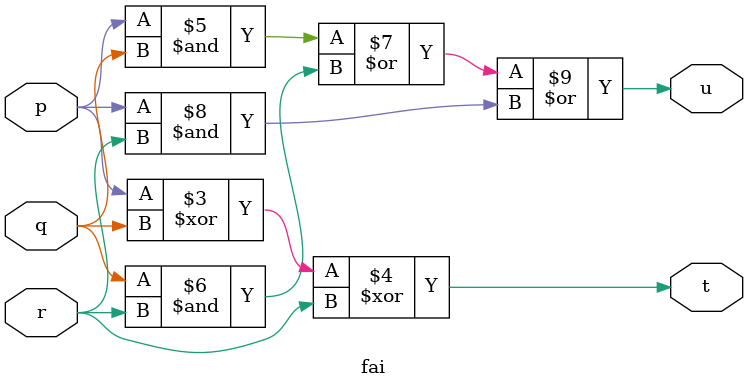
<source format=v>
module dadda24(input [23:0]a,input [23:0]b,output [48:0]y);

wire [583:0]s1; 
wire [583:0]c1;
reg w[23:0][23:0];
integer i,j;
always@(*)
begin
for(i=0;i<=23;i=i+1)
begin
	for(j=0;j<=23;j=j+1)
	begin
		w[i][j]=a[i]& b[j];
	end
end	 
end
ha n1(w[19][0],w[18][1],s1[0],c1[0]);
 
fai n2(w[20][0],w[19][1],w[18][2],s1[1],c1[1]);
ha n3(w[17][3],w[16][4],s1[2],c1[2]);
 
fai n4(w[21][0],w[20][1],w[19][2],s1[3],c1[3]);
fai n5(w[18][3],w[17][4],w[16][5],s1[4],c1[4]);
ha n6(w[15][6],w[14][7],s1[5],c1[5]);
 
fai n7(w[22][0],w[21][1],w[20][2],s1[6],c1[6]);
fai n8(w[19][3],w[18][4],w[17][5],s1[7],c1[7]);
fai n9(w[16][6],w[15][7],w[14][8],s1[8],c1[8]);
ha n10(w[13][9],w[12][10],s1[9],c1[9]);
 
fai n11(w[23][0],w[22][1],w[21][2],s1[10],c1[10]);
fai n12(w[20][3],w[19][4],w[18][5],s1[11],c1[11]);
fai n13(w[17][6],w[16][7],w[15][8],s1[12],c1[12]);
fai n14(w[14][9],w[13][10],w[12][11],s1[13],c1[13]);
ha n15(w[11][12],w[10][13],s1[14],c1[14]);
 
fai n16(w[23][1],w[22][2],w[21][3],s1[15],c1[15]);
fai n17(w[20][4],w[19][5],w[18][6],s1[16],c1[16]);
fai n18(w[17][7],w[16][8],w[15][9],s1[17],c1[17]);
fai n19(w[14][10],w[13][11],w[12][12],s1[18],c1[18]);
ha n20(w[11][13],w[10][14],s1[19],c1[19]);
 
fai n21(w[23][2],w[22][3],w[21][4],s1[20],c1[20]);
fai n22(w[20][5],w[19][6],w[18][7],s1[21],c1[21]);
fai n23(w[17][8],w[16][9],w[15][10],s1[22],c1[22]);
fai n24(w[14][11],w[13][12],w[12][13],s1[23],c1[23]);
 
fai n25(w[23][3],w[22][4],w[21][5],s1[24],c1[24]);
fai n26(w[20][6],w[19][7],w[18][8],s1[25],c1[25]);
fai n27(w[17][9],w[16][10],w[15][11],s1[26],c1[26]);
 
fai n28(w[23][4],w[22][5],w[21][6],s1[27],c1[27]);
fai n29(w[20][7],w[19][8],w[18][9],s1[28],c1[28]);
 
ha n30(w[23][5],w[22][6],s1[29],c1[29]);
ha n31(w[21][7],w[20][8],s1[30],c1[30]);
 
ha n32(w[23][6],w[22][7],s1[31],c1[31]);

//second stage//
ha n33(w[13][0],w[12][1],s1[32],c1[32]);
 
fai n34(w[14][0],w[13][1],w[12][2],s1[33],c1[33]);
ha n35(w[11][3],w[10][4],s1[34],c1[34]);
 
fai n36(w[15][0],w[14][1],w[13][2],s1[35],c1[35]);
fai n37(w[12][3],w[11][4],w[10][5],s1[36],c1[36]);
ha n38(w[9][6],w[8][7],s1[37],c1[37]);
 
fai n39(w[16][0],w[15][1],w[14][2],s1[38],c1[38]);
fai n40(w[13][3],w[12][4],w[11][5],s1[39],c1[39]);
ha n41(w[10][6],w[9][7],s1[40],c1[40]);
ha n42(w[8][8],w[7][9],s1[41],c1[41]);
ha n43(w[6][10],w[5][11],s1[42],c1[42]);
 
fai n44(w[17][0],w[16][1],w[15][2],s1[43],c1[43]);
fai n45(w[14][3],w[13][4],w[12][5],s1[44],c1[44]);
fai n46(w[11][6],w[10][7],w[9][8],s1[45],c1[45]);
fai n47(w[8][9],w[7][10],w[6][11],s1[46],c1[46]);
fai n48(w[5][12],w[4][13],w[3][14],s1[47],c1[47]);
 
fai n49(w[18][0],w[17][1],w[16][2],s1[48],c1[48]);
fai n50(w[15][3],w[14][4],w[13][5],s1[49],c1[49]);
fai n51(w[12][6],w[11][7],w[10][8],s1[50],c1[50]);
fai n52(w[9][9],w[8][10],w[7][11],s1[51],c1[51]);
fai n53(w[6][12],w[5][13],w[4][14],s1[52],c1[52]);
ha n54(w[3][15],w[2][16],s1[53],c1[53]);
 
fai n55(s1[0],w[17][2],w[16][3],s1[54],c1[54]);
fai n56(w[15][4],w[14][5],w[13][6],s1[55],c1[55]);
fai n57(w[12][7],w[11][8],w[10][9],s1[56],c1[56]);
fai n58(w[9][10],w[8][11],w[7][12],s1[57],c1[57]);
fai n59(w[6][13],w[5][14],w[4][15],s1[58],c1[58]);
ha n60(w[3][16],w[2][17],s1[59],c1[59]);
ha n61(w[1][18],w[0][19],s1[60],c1[60]);
 
fai n62(c1[0],s1[1],s1[2],s1[61],c1[61]);
fai n63(w[15][5],w[14][6],w[13][7],s1[62],c1[62]);
fai n64(w[12][8],w[11][9],w[10][10],s1[63],c1[63]);
fai n65(w[9][11],w[8][12],w[7][13],s1[64],c1[64]);
fai n66(w[6][14],w[5][15],w[4][16],s1[65],c1[65]);
fai n67(w[3][17],w[2][18],w[1][19],s1[66],c1[66]);
ha n68(w[0][20],c1[60],s1[67],c1[67]);
 
fai n69(c1[1],s1[3],c1[2],s1[68],c1[68]);
fai n70(s1[4],s1[5],w[13][8],s1[69],c1[69]);
fai n71(w[12][9],w[11][10],w[10][11],s1[70],c1[70]);
fai n72(w[9][12],w[8][13],w[7][14],s1[71],c1[71]);
fai n73(w[6][15],w[5][16],w[4][17],s1[72],c1[72]);
fai n74(w[3][18],w[2][19],w[1][20],s1[73],c1[73]);
ha n75(w[0][21],c1[67],s1[74],c1[74]);
 
fai n76(c1[3],s1[6],c1[4],s1[75],c1[75]);
fai n77(s1[7],c1[5],s1[8],s1[76],c1[76]);
fai n78(s1[9],w[11][11],w[10][12],s1[77],c1[77]);
fai n79(w[9][13],w[8][14],w[7][15],s1[78],c1[78]);
fai n80(w[6][16],w[5][17],w[4][18],s1[79],c1[79]);
fai n81(w[3][19],w[2][20],w[1][21],s1[80],c1[80]);
ha n82(w[0][22],c1[74],s1[81],c1[81]);
 
fai n83(c1[6],s1[10],c1[7],s1[82],c1[82]);
fai n84(s1[11],c1[8],s1[12],s1[83],c1[83]);
fai n85(c1[9],s1[13],s1[14],s1[84],c1[84]);
fai n86(w[9][14],w[8][15],w[7][16],s1[85],c1[85]);
fai n87(w[6][17],w[5][18],w[4][19],s1[86],c1[86]);
fai n88(w[3][20],w[2][21],w[1][22],s1[87],c1[87]);
ha n89(w[0][23],c1[81],s1[88],c1[88]);
 
fai n90(c1[10],s1[15],c1[11],s1[89],c1[89]);
fai n91(s1[16],c1[12],s1[17],s1[90],c1[90]);
fai n92(c1[13],s1[18],c1[14],s1[91],c1[91]);
fai n93(s1[19],w[9][15],w[8][16],s1[92],c1[92]);
fai n94(w[7][17],w[6][18],w[5][19],s1[93],c1[93]);
fai n95(w[4][20],w[3][21],w[2][22],s1[94],c1[94]);
ha n96(w[1][23],c1[88],s1[95],c1[95]);
 
fai n97(c1[15],s1[20],c1[16],s1[96],c1[96]);
fai n98(s1[21],c1[17],s1[22],s1[97],c1[97]);
fai n99(c1[18],s1[23],c1[19],s1[98],c1[98]);
fai n100(w[11][14],w[10][15],w[9][16],s1[99],c1[99]);
fai n101(w[8][17],w[7][18],w[6][19],s1[100],c1[100]);
fai n102(w[5][20],w[4][21],w[3][22],s1[101],c1[101]);
ha n103(w[2][23],c1[95],s1[102],c1[102]);
 
fai n104(c1[20],s1[24],c1[21],s1[103],c1[103]);
fai n105(s1[25],c1[22],s1[26],s1[104],c1[104]);
fai n106(c1[23],w[14][12],w[13][13],s1[105],c1[105]);
fai n107(w[12][14],w[11][15],w[10][16],s1[106],c1[106]);
fai n108(w[9][17],w[8][18],w[7][19],s1[107],c1[107]);
fai n109(w[6][20],w[5][21],w[4][22],s1[108],c1[108]);
ha n110(w[3][23],c1[102],s1[109],c1[109]);
 
fai n111(c1[24],s1[27],c1[25],s1[110],c1[110]);
fai n112(s1[28],c1[26],w[17][10],s1[111],c1[111]);
fai n113(w[16][11],w[15][12],w[14][13],s1[112],c1[112]);
fai n114(w[13][14],w[12][15],w[11][16],s1[113],c1[113]);
fai n115(w[10][17],w[9][18],w[8][19],s1[114],c1[114]);
fai n116(w[7][20],w[6][21],w[5][22],s1[115],c1[115]);
ha n117(w[4][23],c1[109],s1[116],c1[116]);
 
fai n118(c1[27],s1[29],c1[28],s1[117],c1[117]);
fai n119(s1[30],w[19][9],w[18][10],s1[118],c1[118]);
fai n120(w[17][11],w[16][12],w[15][13],s1[119],c1[119]);
fai n121(w[14][14],w[13][15],w[12][16],s1[120],c1[120]);
fai n122(w[11][17],w[10][18],w[9][19],s1[121],c1[121]);
fai n123(w[8][20],w[7][21],w[6][22],s1[122],c1[122]);
ha n124(w[5][23],c1[116],s1[123],c1[123]);
 
fai n125(c1[29],s1[31],c1[30],s1[124],c1[124]);
fai n126(w[21][8],w[20][9],w[19][10],s1[125],c1[125]);
fai n127(w[18][11],w[17][12],w[16][13],s1[126],c1[126]);
fai n128(w[15][14],w[14][15],w[13][16],s1[127],c1[127]);
fai n129(w[12][17],w[11][18],w[10][19],s1[128],c1[128]);
fai n130(w[9][20],w[8][21],w[7][22],s1[129],c1[129]);
ha n131(w[6][23],c1[123],s1[130],c1[130]);
 
fai n132(c1[31],w[23][7],w[22][8],s1[131],c1[131]);
fai n133(w[21][9],w[20][10],w[19][11],s1[132],c1[132]);
fai n134(w[18][12],w[17][13],w[16][14],s1[133],c1[133]);
fai n135(w[15][15],w[14][16],w[13][17],s1[134],c1[134]);
fai n136(w[12][18],w[11][19],w[10][20],s1[135],c1[135]);
fai n137(w[9][21],w[8][22],w[7][23],s1[136],c1[136]);
 
fai n138(w[23][8],w[22][9],w[21][10],s1[137],c1[137]);
fai n139(w[20][11],w[19][12],w[18][13],s1[138],c1[138]);
fai n140(w[17][14],w[16][15],w[15][16],s1[139],c1[139]);
fai n141(w[14][17],w[13][18],w[12][19],s1[140],c1[140]);
ha n142(w[11][20],w[10][21],s1[141],c1[141]);
 
fai n143(w[23][9],w[22][10],w[21][11],s1[142],c1[142]);
fai n144(w[20][12],w[19][13],w[18][14],s1[143],c1[143]);
fai n145(w[17][15],w[16][16],w[15][17],s1[144],c1[144]);
ha n146(w[14][18],w[13][19],s1[145],c1[145]);
 
fai n147(w[23][10],w[22][11],w[21][12],s1[146],c1[146]);
fai n148(w[20][13],w[19][14],w[18][15],s1[147],c1[147]);
ha n149(w[17][16],w[16][17],s1[148],c1[148]);
 
fai n150(w[23][11],w[22][12],w[21][13],s1[149],c1[149]);
ha n151(w[20][14],w[19][15],s1[150],c1[150]);
 
ha n152(w[23][12],w[22][13],s1[151],c1[151]);
 
// 3rd stage//
 
 
ha n153(w[9][0],w[8][1],s1[152],c1[152]);

fai n154(w[10][0],w[9][1],w[8][2],s1[153],c1[153]);
ha n155(w[7][3],w[6][4],s1[154],c1[154]);

fai n156(w[11][0],w[10][1],w[9][2],s1[155],c1[155]);
fai n157(w[8][3],w[7][4],w[6][5],s1[156],c1[156]);
ha n158(w[5][6],w[4][7],s1[157],c1[157]);

fai n159(w[12][0],w[11][1],w[10][2],s1[158],c1[158]);
fai n160(w[9][3],w[8][4],w[7][5],s1[159],c1[159]);
fai n161(w[6][6],w[5][7],w[4][8],s1[160],c1[160]);
ha n162(w[3][9],w[2][10],s1[161],c1[161]);

fai n163(s1[32],w[11][2],w[10][3],s1[162],c1[162]);
fai n164(w[9][4],w[8][5],w[7][6],s1[163],c1[163]);
fai n165(w[6][7],w[5][8],w[4][9],s1[164],c1[164]);
fai n166(w[3][10],w[2][11],w[1][12],s1[165],c1[165]);

fai n167(c1[32],s1[33],s1[34],s1[166],c1[166]);
fai n168(w[9][5],w[8][6],w[7][7],s1[167],c1[167]);
fai n169(w[6][8],w[5][9],w[4][10],s1[168],c1[168]);
fai n170(w[3][11],w[2][12],w[1][13],s1[169],c1[169]);

fai n171(c1[33],s1[35],c1[34],s1[170],c1[170]);
fai n172(s1[36],s1[37],w[7][8],s1[171],c1[171]);
fai n173(w[6][9],w[5][10],w[4][11],s1[172],c1[172]);
fai n174(w[3][12],w[2][13],w[1][14],s1[173],c1[173]);

fai n175(c1[35],s1[38],c1[36],s1[174],c1[174]);
fai n176(s1[39],c1[37],s1[40],s1[175],c1[175]);
fai n177(s1[41],s1[42],w[4][12],s1[176],c1[176]);
fai n178(w[3][13],w[2][14],w[1][15],s1[177],c1[177]);

fai n179(c1[38],s1[43],c1[39],s1[178],c1[178]);
fai n180(s1[44],c1[40],s1[45],s1[179],c1[179]);
fai n181(c1[41],s1[46],c1[42],s1[180],c1[180]);
fai n182(s1[47],w[2][15],w[1][16],s1[181],c1[181]);

fai n183(c1[43],s1[48],c1[44],s1[182],c1[182]);
fai n184(s1[49],c1[45],s1[50],s1[183],c1[183]);
fai n185(c1[46],s1[51],c1[47],s1[184],c1[184]);
fai n186(s1[52],s1[53],w[1][17],s1[185],c1[185]);

fai n187(c1[48],s1[54],c1[49],s1[186],c1[186]);
fai n188(s1[55],c1[50],s1[56],s1[187],c1[187]);
fai n189(c1[51],s1[57],c1[52],s1[188],c1[188]);
fai n190(s1[58],c1[53],s1[59],s1[189],c1[189]);

fai n191(c1[54],s1[61],c1[55],s1[190],c1[190]);
fai n192(s1[62],c1[56],s1[63],s1[191],c1[191]);
fai n193(c1[57],s1[64],c1[58],s1[192],c1[192]);
fai n194(s1[65],c1[59],s1[66],s1[193],c1[193]);

fai n195(c1[61],s1[68],c1[62],s1[194],c1[194]);
fai n196(s1[69],c1[63],s1[70],s1[195],c1[195]);
fai n197(c1[64],s1[71],c1[65],s1[196],c1[196]);
fai n198(s1[72],c1[66],s1[73],s1[197],c1[197]);

fai n199(c1[68],s1[75],c1[69],s1[198],c1[198]);
fai n200(s1[76],c1[70],s1[77],s1[199],c1[199]);
fai n201(c1[71],s1[78],c1[72],s1[200],c1[200]);
fai n202(s1[79],c1[73],s1[80],s1[201],c1[201]);

fai n203(c1[75],s1[82],c1[76],s1[202],c1[202]);
fai n204(s1[83],c1[77],s1[84],s1[203],c1[203]);
fai n205(c1[78],s1[85],c1[79],s1[204],c1[204]);
fai n206(s1[86],c1[80],s1[87],s1[205],c1[205]);

fai n207(c1[82],s1[89],c1[83],s1[206],c1[206]);
fai n208(s1[90],c1[84],s1[91],s1[207],c1[207]);
fai n209(c1[85],s1[92],c1[86],s1[208],c1[208]);
fai n210(s1[93],c1[87],s1[94],s1[209],c1[209]);

fai n211(c1[89],s1[96],c1[90],s1[210],c1[210]);
fai n212(s1[97],c1[91],s1[98],s1[211],c1[211]);
fai n213(c1[92],s1[99],c1[93],s1[212],c1[212]);
fai n214(s1[100],c1[94],s1[101],s1[213],c1[213]);

fai n215(c1[96],s1[103],c1[97],s1[214],c1[214]);
fai n216(s1[104],c1[98],s1[105],s1[215],c1[215]);
fai n217(c1[99],s1[106],c1[100],s1[216],c1[216]);
fai n218(s1[107],c1[101],s1[108],s1[217],c1[217]);

fai n219(c1[103],s1[110],c1[104],s1[218],c1[218]);
fai n220(s1[111],c1[105],s1[112],s1[219],c1[219]);
fai n221(c1[106],s1[113],c1[107],s1[220],c1[220]);
fai n222(s1[114],c1[108],s1[115],s1[221],c1[221]);

fai n223(c1[110],s1[117],c1[111],s1[222],c1[222]);
fai n224(s1[118],c1[112],s1[119],s1[223],c1[223]);
fai n225(c1[113],s1[120],c1[114],s1[224],c1[224]);
fai n226(s1[121],c1[115],s1[122],s1[225],c1[225]);

fai n227(c1[117],s1[124],c1[118],s1[226],c1[226]);
fai n228(s1[125],c1[119],s1[126],s1[227],c1[227]);
fai n229(c1[120],s1[127],c1[121],s1[228],c1[228]);
fai n230(s1[128],c1[122],s1[129],s1[229],c1[229]);

fai n231(c1[124],s1[131],c1[125],s1[230],c1[230]);
fai n232(s1[132],c1[126],s1[133],s1[231],c1[231]);
fai n233(c1[127],s1[134],c1[128],s1[232],c1[232]);
fai n234(s1[135],c1[129],s1[136],s1[233],c1[233]);

fai n235(c1[131],s1[137],c1[132],s1[234],c1[234]);
fai n236(s1[138],c1[133],s1[139],s1[235],c1[235]);
fai n237(c1[134],s1[140],c1[135],s1[236],c1[236]);
fai n238(s1[141],c1[136],w[9][22],s1[237],c1[237]);

fai n239(c1[137],s1[142],c1[138],s1[238],c1[238]);
fai n240(s1[143],c1[139],s1[144],s1[239],c1[239]);
fai n241(c1[140],s1[145],c1[141],s1[240],c1[240]);
fai n242(w[12][20],w[11][21],w[10][22],s1[241],c1[241]);

fai n243(c1[142],s1[146],c1[143],s1[242],c1[242]);
fai n244(s1[147],c1[144],s1[148],s1[243],c1[243]);
fai n245(c1[145],w[15][18],w[14][19],s1[244],c1[244]);
fai n246(w[13][20],w[12][21],w[11][22],s1[245],c1[245]);

fai n247(c1[146],s1[149],c1[147],s1[246],c1[246]);
fai n248(s1[150],c1[148],w[18][16],s1[247],c1[247]);
fai n249(w[17][17],w[16][18],w[15][19],s1[248],c1[248]);
fai n250(w[14][20],w[13][21],w[12][22],s1[249],c1[249]);

fai n251(c1[149],s1[151],c1[150],s1[250],c1[250]);
fai n252(w[21][14],w[20][15],w[19][16],s1[251],c1[251]);
fai n253(w[18][17],w[17][18],w[16][19],s1[252],c1[252]);
fai n254(w[15][20],w[14][21],w[13][22],s1[253],c1[253]);

fai n255(c1[151],w[23][13],w[22][14],s1[254],c1[254]);
fai n256(w[21][15],w[20][16],w[19][17],s1[255],c1[255]);
fai n257(w[18][18],w[17][19],w[16][20],s1[256],c1[256]);
ha n258(w[15][21],w[14][22],s1[257],c1[257]);
 
fai n259(w[23][14],w[22][15],w[21][16],s1[258],c1[258]);
fai n260(w[20][17],w[19][18],w[18][19],s1[259],c1[259]);
ha n261(w[17][20],w[16][21],s1[260],c1[260]);
 
fai n262(w[23][15],w[22][16],w[21][17],s1[261],c1[261]); 
ha n263(w[20][18],w[19][19],s1[262],c1[262]); 
 
ha n2614(w[23][16],w[22][17],s1[263],c1[263]);

//fourth stage//

ha n264 (w[6][0],w[5][1],s1[264],c1[264]);
 
fai n265(w[7][0],w[6][1],w[5][2],s1[265],c1[265]);
ha n266(w[4][3],w[3][4],s1[266],c1[266]);
 
fai n267(w[8][0],w[7][1],w[6][2],s1[267],c1[267]);
fai n268(w[5][3],w[4][4],w[3][5],s1[268],c1[268]);
ha n269(w[2][6],w[1][7],s1[269],c1[269]);
 
fai n270(s1[152],w[7][2],w[6][3],s1[270],c1[270]);
fai n271(w[5][4],w[4][5],w[3][6],s1[271],c1[271]);
fai n272(w[2][7],w[1][8],w[0][9],s1[272],c1[272]);
 
fai n273(c1[152],s1[153],s1[154],s1[273],c1[273]);
fai n274(w[5][5],w[4][6],w[3][7],s1[274],c1[274]);
fai n275(w[2][8],w[1][9],w[0][10],s1[275],c1[275]);
 
fai n276(c1[153],s1[155],c1[154],s1[276],c1[276]);
fai n277(s1[156],s1[157],w[3][8],s1[277],c1[277]);
fai n278(w[2][9],w[1][10],w[0][11],s1[278],c1[278]);
 
fai n279(c1[155],s1[158],c1[156],s1[279],c1[279]);
fai n280(s1[159],c1[157],s1[160],s1[280],c1[280]);
fai n281(s1[161],w[1][11],w[0][12],s1[281],c1[281]);
 
fai n282(c1[158],s1[162],c1[159],s1[282],c1[282]);
fai n283(s1[163],c1[160],s1[164],s1[283],c1[283]);
fai n284(c1[161],s1[165],w[0][13],s1[284],c1[284]);
 
fai n285(c1[162],s1[166],c1[163],s1[285],c1[285]);
fai n286(s1[167],c1[164],s1[168],s1[286],c1[286]);
fai n287(c1[165],s1[169],w[0][14],s1[287],c1[287]);
 
fai n288(c1[166],s1[170],c1[167],s1[288],c1[288]);
fai n289(s1[171],c1[168],s1[172],s1[289],c1[289]);
fai n290(c1[169],s1[173],w[0][15],s1[290],c1[290]);
 
fai n291(c1[170],s1[174],c1[171],s1[291],c1[291]);
fai n292(s1[175],c1[172],s1[176],s1[292],c1[292]);
fai n293(c1[173],s1[177],w[0][16],s1[293],c1[293]);
 
fai n294(c1[174],s1[178],c1[175],s1[294],c1[294]);
fai n295(s1[179],c1[176],s1[180],s1[295],c1[295]);
fai n296(c1[177],s1[181],w[0][17],s1[296],c1[296]);
 
fai n297(c1[178],s1[182],c1[179],s1[297],c1[297]);
fai n298(s1[183],c1[180],s1[184],s1[298],c1[298]);
fai n299(c1[181],s1[185],w[0][18],s1[299],c1[299]);
 
fai n3001(c1[182],s1[186],c1[183],s1[300],c1[300]);
fai n2981(s1[187],c1[184],s1[188],s1[301],c1[301]);
fai n2991(c1[185],s1[189],s1[60],s1[302],c1[302]);
 
fai n300(c1[186],s1[190],c1[187],s1[303],c1[303]);
fai n301(s1[191],c1[188],s1[192],s1[304],c1[304]);
fai n302(c1[189],s1[193],s1[67],s1[305],c1[305]);
 
fai n303(c1[190],s1[194],c1[191],s1[306],c1[306]);
fai n304(s1[195],c1[192],s1[196],s1[307],c1[307]);
fai n305(c1[193],s1[197],s1[74],s1[308],c1[308]);
 
fai n306(c1[194],s1[198],c1[195],s1[309],c1[309]);
fai n307(s1[199],c1[196],s1[200],s1[310],c1[310]);
fai n308(c1[197],s1[201],s1[81],s1[311],c1[311]);
 
fai n309(c1[198],s1[202],c1[199],s1[312],c1[312]);
fai n310(s1[203],c1[200],s1[204],s1[313],c1[313]);
fai n311(c1[201],s1[205],s1[88],s1[314],c1[314]);
 
fai n312(c1[202],s1[206],c1[203],s1[315],c1[315]);
fai n313(s1[207],c1[204],s1[208],s1[316],c1[316]);
fai n314(c1[205],s1[209],s1[95],s1[317],c1[317]);
 
fai n315(c1[206],s1[210],c1[207],s1[318],c1[318]);
fai n316(s1[211],c1[208],s1[212],s1[319],c1[319]);
fai n317(c1[209],s1[213],s1[102],s1[320],c1[320]);
 
fai n318(c1[210],s1[214],c1[211],s1[321],c1[321]);
fai n319(s1[215],c1[212],s1[216],s1[322],c1[322]);
fai n320(c1[213],s1[217],s1[109],s1[323],c1[323]);
 
fai n321(c1[214],s1[218],c1[215],s1[324],c1[324]);
fai n322(s1[219],c1[216],s1[220],s1[325],c1[325]);
fai n323(c1[217],s1[221],s1[116],s1[326],c1[326]);
 
fai n324(c1[218],s1[222],c1[219],s1[327],c1[327]);
fai n325(s1[223],c1[220],s1[224],s1[328],c1[328]);
fai n326(c1[221],s1[225],s1[123],s1[329],c1[329]);
 
fai n327(c1[222],s1[226],c1[223],s1[330],c1[330]);
fai n328(s1[227],c1[224],s1[228],s1[331],c1[331]);
fai n329(c1[225],s1[229],s1[130],s1[332],c1[332]);
 
fai n330(c1[226],s1[230],c1[227],s1[333],c1[333]);
fai n331(s1[231],c1[228],s1[232],s1[334],c1[334]);
fai n332(c1[229],s1[233],c1[130],s1[335],c1[335]);
 
fai n333(c1[230],s1[234],c1[231],s1[336],c1[336]);
fai n334(s1[235],c1[232],s1[236],s1[337],c1[337]);
fai n335(c1[233],s1[237],w[8][23],s1[338],c1[338]);
 
fai n336(c1[234],s1[238],c1[235],s1[339],c1[339]);
fai n337(s1[239],c1[236],s1[240],s1[340],c1[340]);
fai n338(c1[237],s1[241],w[9][23],s1[341],c1[341]);
 
fai n339(c1[238],s1[242],c1[239],s1[342],c1[342]);
fai n340(s1[243],c1[240],s1[244],s1[343],c1[343]);
fai n341(c1[241],s1[245],w[10][23],s1[344],c1[344]);
 
fai n342(c1[242],s1[246],c1[243],s1[345],c1[345]);
fai n343(s1[247],c1[244],s1[248],s1[346],c1[346]);
fai n344(c1[245],s1[249],w[11][23],s1[347],c1[347]);
 
fai n345(c1[246],s1[250],c1[247],s1[348],c1[348]);
fai n346(s1[251],c1[248],s1[252],s1[349],c1[349]);
fai n347(c1[249],s1[253],w[12][23],s1[350],c1[350]);
 
fai n348(c1[250],s1[254],c1[251],s1[351],c1[351]);
fai n349(s1[255],c1[252],s1[256],s1[352],c1[352]);
fai n350(c1[253],s1[257],w[13][23],s1[353],c1[353]);
 
fai n351(c1[254],s1[258],c1[255],s1[354],c1[354]);
fai n352(s1[259],c1[256],s1[260],s1[355],c1[355]);
fai n353(c1[257],w[15][22],w[14][23],s1[356],c1[356]);
 
fai n354(c1[258],s1[261],c1[259],s1[357],c1[357]);
fai n355(s1[262],c1[260],w[18][20],s1[358],c1[358]);
fai n356(w[17][21],w[16][22],w[15][23],s1[359],c1[359]);
 
fai n357(c1[261],s1[263],c1[262],s1[360],c1[360]);
fai n358(w[21][18],w[20][19],w[19][20],s1[361],c1[361]);
fai n359(w[18][21],w[17][22],w[16][23],s1[362],c1[362]);
 
fai n360(c1[263],w[23][17],w[22][18],s1[363],c1[363]);
fai n361(w[21][19],w[20][20],w[19][21],s1[364],c1[364]); 
ha n3616(w[18][22],w[17][23],s1[365],c1[365]);
 
fai n362(w[23][18],w[22][19],w[21][20],s1[366],c1[366]); 
ha n363(w[20][21],w[19][22],s1[367],c1[367]); 
 
ha n364(w[23][19],w[22][20],s1[368],c1[368]);
 
//fifth stage//
 
ha n365(w[4][0],w[3][1],s1[369],c1[369]);
 
fai n366(w[5][0],w[4][1],w[3][2],s1[370],c1[370]);
ha n367(w[2][3],w[1][4],s1[371],c1[371]);

fai n3661(s1[264],w[4][2],w[3][3],s1[372],c1[372]);
fai n3671(w[2][4],w[1][5],w[0][6],s1[373],c1[373]);

fai n368(c1[264],s1[265],s1[266],s1[374],c1[374]);
fai n369(w[2][5],w[1][6],w[0][7],s1[375],c1[375]);

fai n370(c1[265],s1[267],c1[266],s1[376],c1[376]);
fai n371(s1[268],s1[269],w[0][8],s1[377],c1[377]);

fai n372(c1[267],s1[270],c1[268],s1[378],c1[378]);
fai n373(s1[271],c1[269],s1[272],s1[379],c1[379]);

fai n374(c1[270],s1[273],c1[271],s1[380],c1[380]);
fai n375(s1[274],c1[272],s1[275],s1[381],c1[381]);

fai n376(c1[273],s1[276],c1[274],s1[382],c1[382]);
fai n377(s1[277],c1[275],s1[278],s1[383],c1[383]);

fai n378(c1[276],s1[279],c1[277],s1[384],c1[384]);
fai n379(s1[280],c1[278],s1[281],s1[385],c1[385]);

fai n380(c1[279],s1[282],c1[280],s1[386],c1[386]);
fai n381(s1[283],c1[281],s1[284],s1[387],c1[387]);

fai n382(c1[282],s1[285],c1[283],s1[388],c1[388]);
fai n383(s1[286],c1[284],s1[287],s1[389],c1[389]);

fai n384(c1[285],s1[288],c1[286],s1[390],c1[390]);
fai n385(s1[289],c1[287],s1[290],s1[391],c1[391]);

fai n386(c1[288],s1[291],c1[289],s1[392],c1[392]);
fai n387(s1[292],c1[290],s1[293],s1[393],c1[393]);

fai n388(c1[291],s1[294],c1[292],s1[394],c1[394]);
fai n389(s1[295],c1[293],s1[296],s1[395],c1[395]);

fai n390(c1[294],s1[297],c1[295],s1[396],c1[396]);
fai n391(s1[298],c1[296],s1[299],s1[397],c1[397]);

fai n392(c1[297],s1[300],c1[298],s1[398],c1[398]);
fai n393(s1[301],c1[299],s1[302],s1[399],c1[399]);

fai n394(c1[300],s1[303],c1[301],s1[400],c1[400]);
fai n395(s1[304],c1[302],s1[305],s1[401],c1[401]);

fai n396(c1[303],s1[306],c1[304],s1[402],c1[402]);
fai n397(s1[307],c1[305],s1[308],s1[403],c1[403]);

fai n398(c1[306],s1[309],c1[307],s1[404],c1[404]);
fai n399(s1[310],c1[308],s1[311],s1[405],c1[405]);

fai n400(c1[309],s1[312],c1[310],s1[406],c1[406]);
fai n401(s1[313],c1[311],s1[314],s1[407],c1[407]);

fai n402(c1[312],s1[315],c1[313],s1[408],c1[408]);
fai n403(s1[316],c1[314],s1[317],s1[409],c1[409]);

fai n404(c1[315],s1[318],c1[316],s1[410],c1[410]);
fai n405(s1[319],c1[317],s1[320],s1[411],c1[411]);

fai n406(c1[318],s1[321],c1[319],s1[412],c1[412]);
fai n407(s1[322],c1[320],s1[323],s1[413],c1[413]);

fai n408(c1[321],s1[324],c1[322],s1[414],c1[414]);
fai n409(s1[325],c1[323],s1[326],s1[415],c1[415]);

fai n410(c1[324],s1[327],c1[325],s1[416],c1[416]);
fai n411(s1[328],c1[326],s1[329],s1[417],c1[417]);

fai n412(c1[327],s1[330],c1[328],s1[418],c1[418]);
fai n413(s1[331],c1[329],s1[332],s1[419],c1[419]);

fai n415(c1[330],s1[333],c1[331],s1[420],c1[420]);
fai n416(s1[334],c1[332],s1[335],s1[421],c1[421]);

fai n417(c1[333],s1[336],c1[334],s1[422],c1[422]);
fai n418(s1[337],c1[335],s1[338],s1[423],c1[423]);

fai n419(c1[336],s1[339],c1[337],s1[424],c1[424]);
fai n420(s1[340],c1[338],s1[341],s1[425],c1[425]);

fai n421(c1[339],s1[342],c1[340],s1[426],c1[426]);
fai n422(s1[343],c1[341],s1[344],s1[427],c1[427]);

fai n423(c1[342],s1[345],c1[343],s1[428],c1[428]);
fai n424(s1[346],c1[344],s1[347],s1[429],c1[429]);

fai n425(c1[345],s1[348],c1[346],s1[430],c1[430]);
fai n426(s1[349],c1[347],s1[350],s1[431],c1[431]);

fai n427(c1[348],s1[351],c1[349],s1[432],c1[432]);
fai n428(s1[352],c1[350],s1[353],s1[433],c1[433]);

fai n429(c1[351],s1[354],c1[352],s1[434],c1[434]);
fai n430(s1[355],c1[353],s1[356],s1[435],c1[435]);

fai n431(c1[354],s1[357],c1[355],s1[436],c1[436]);
fai n432(s1[358],c1[356],s1[359],s1[437],c1[437]);

fai n433(c1[357],s1[360],c1[358],s1[438],c1[438]);
fai n434(s1[361],c1[359],s1[362],s1[439],c1[439]);

fai n435(c1[360],s1[363],c1[361],s1[440],c1[440]);
fai n436(s1[364],c1[362],s1[365],s1[441],c1[441]);

fai n437(c1[363],s1[366],c1[364],s1[442],c1[442]);
fai n438(s1[367],c1[365],w[18][23],s1[443],c1[443]);

fai n439(c1[366],s1[368],c1[367],s1[444],c1[444]);
fai n440(w[21][21],w[20][22],w[19][23],s1[445],c1[445]);

fai n441(c1[368],w[23][20],w[22][21],s1[446],c1[446]); 
ha n4416(w[21][22],w[20][23],s1[447],c1[447]); 
 
fai n4417(w[23][21],w[22][22],w[21][23],s1[448],c1[448]);

// sixth stage//

ha n442(w[3][0],w[2][1],s1[449],c1[449]);
fai n443(s1[369],w[2][2],w[1][3],s1[450],c1[450]);
fai n4431(c1[369],s1[370],s1[371],s1[451],c1[451]);
fai n444(c1[370],s1[372],c1[371],s1[452],c1[452]);
fai n445(c1[372],s1[374],c1[373],s1[453],c1[453]);
fai n446(c1[374],s1[376],c1[375],s1[454],c1[454]);
fai n447(c1[376],s1[378 ],c1[377],s1[455],c1[455]);
fai n448(c1[378],s1[380],c1[379],s1[456],c1[456]);
fai n449(c1[380],s1[382],c1[381],s1[457],c1[457]);
fai n450(c1[382],s1[384],c1[383],s1[458],c1[458]);
fai n451(c1[384],s1[386],c1[385],s1[459],c1[459]);
fai n452(c1[386],s1[388],c1[387],s1[460],c1[460]);
fai n453(c1[388],s1[390],c1[389],s1[461],c1[461]);
fai n454(c1[390],s1[392],c1[391],s1[462],c1[462]);
fai n455(c1[392],s1[394],c1[393],s1[463],c1[463]);
fai n456(c1[394],s1[396],c1[395],s1[464],c1[464]);
fai n457(c1[396],s1[398],c1[397],s1[465],c1[465]);
fai n458(c1[398],s1[400],c1[399],s1[466],c1[466]);
fai n459(c1[400],s1[402],c1[401],s1[467],c1[467]);
fai n460(c1[402],s1[404],c1[403],s1[468],c1[468]);
fai n461(c1[404],s1[406],c1[405],s1[469],c1[469]);
fai n462(c1[406],s1[408],c1[407],s1[470],c1[470]);
fai n463(c1[408],s1[410],c1[409],s1[471],c1[471]);
fai n464(c1[410],s1[412],c1[411],s1[472],c1[472]);
fai n465(c1[412],s1[414],c1[413],s1[473],c1[473]);
fai n466(c1[414],s1[416],c1[415],s1[474],c1[474]);
fai n467(c1[416],s1[418],c1[417],s1[475],c1[475]);
fai n468(c1[418],s1[420],c1[419],s1[476],c1[476]);
fai n469(c1[420],s1[422],c1[421],s1[477],c1[477]);
fai n470(c1[422],s1[424],c1[423],s1[478],c1[478]);
fai n471(c1[424],s1[426],c1[425],s1[479],c1[479]);
fai n472(c1[426],s1[428],c1[427],s1[480],c1[480]);
fai n473(c1[428],s1[430],c1[429],s1[481],c1[481]);
fai n474(c1[430],s1[432],c1[431],s1[482],c1[482]);
fai n475(c1[432],s1[434],c1[433],s1[483],c1[483]);
fai n476(c1[434],s1[436],c1[435],s1[484],c1[484]);
fai n477(c1[436],s1[438],c1[437],s1[485],c1[485]);
fai n478(c1[438],s1[440],c1[439],s1[486],c1[486]);
fai n479(c1[440],s1[442],c1[441],s1[487],c1[487]);
fai n480(c1[442],s1[444],c1[443],s1[488],c1[488]);
fai n481(c1[444],s1[446],c1[445],s1[489],c1[489]); 
ha n4812(c1[446],s1[448],s1[490],c1[490]);
ha n482(c1[448],w[23][22],s1[491],c1[491]);
 
// seventh stage//
ha n483(w[2][0],w[1][1],s1[492],c1[492]);
fai n484(s1[449],w[1][2],w[0][3],s1[493],c1[493]);
fai n485(c1[449],s1[450],w[0][4],s1[494],c1[494]);
fai n486(c1[450],s1[451],w[0][5],s1[495],c1[495]);
fai n487(c1[451],s1[452],s1[373],s1[496],c1[496]);
fai n488(c1[452],s1[453],s1[375],s1[497],c1[497]);
fai n489(c1[453],s1[454],s1[377],s1[498],c1[498]);
fai n490(c1[454],s1[455],s1[379],s1[499],c1[499]);
fai n491(c1[455],s1[456],s1[381],s1[500],c1[500]);
fai n492(c1[456],s1[457],s1[383],s1[501],c1[501]);
fai n493(c1[457],s1[458],s1[385],s1[502],c1[502]);
fai n494(c1[458],s1[459],s1[387],s1[503],c1[503]);
fai n495(c1[459],s1[460],s1[389],s1[504],c1[504]);
fai n496(c1[460],s1[461],s1[391],s1[505],c1[505]);
fai n497(c1[461],s1[462],s1[393],s1[506],c1[506]);
fai n498(c1[462],s1[463],s1[395],s1[507],c1[507]);
fai n499(c1[463],s1[464],s1[397],s1[508],c1[508]);
fai n500(c1[464],s1[465],s1[399],s1[509],c1[509]);
fai n501(c1[465],s1[466],s1[401],s1[510],c1[510]);
fai n502(c1[466],s1[467],s1[403],s1[511],c1[511]);
fai n503(c1[467],s1[468],s1[405],s1[512],c1[512]);
fai n504(c1[468],s1[469],s1[407],s1[513],c1[513]);
fai n505(c1[469],s1[470],s1[409],s1[514],c1[514]);
fai n506(c1[470],s1[471],s1[411],s1[515],c1[515]);
fai n507(c1[471],s1[472],s1[413],s1[516],c1[516]);
fai n508(c1[472],s1[473],s1[415],s1[517],c1[517]);
fai n509(c1[473],s1[474],s1[417],s1[518],c1[518]);
fai n510(c1[474],s1[475],s1[419],s1[519],c1[519]);
fai n511(c1[475],s1[476],s1[421],s1[520],c1[520]);
fai n512(c1[476],s1[477],s1[423],s1[521],c1[521]);
fai n513(c1[477],s1[478],s1[425],s1[522],c1[522]);
fai n514(c1[478],s1[479],s1[427],s1[523],c1[523]);
fai n515(c1[479],s1[480],s1[429],s1[524],c1[524]);
fai n516(c1[480],s1[481],s1[431],s1[525],c1[525]);
fai n517(c1[481],s1[482],s1[433],s1[526],c1[526]);
fai n518(c1[482],s1[483],s1[435],s1[527],c1[527]);
fai n519(c1[483],s1[484],s1[437],s1[528],c1[528]);
fai n520(c1[484],s1[485],s1[439],s1[529],c1[529]);
fai n521(c1[485],s1[486],s1[441],s1[530],c1[530]);
fai n522(c1[486],s1[487],s1[443],s1[531],c1[531]);
fai n523(c1[487],s1[488],s1[445],s1[532],c1[532]);
fai n524(c1[488],s1[489],s1[447],s1[533],c1[533]);
fai n526(c1[489],s1[490],c1[447],s1[534],c1[534]); 
fai n5216(c1[490],s1[491],w[22][23],s1[535],c1[535]); 
ha n5217(c1[491],w[23][23],s1[536],c1[536]);

// final stage//

ha n527(w[1][0],w[0][1],s1[537],c1[537]);
fai n528(s1[492],w[0][2],c1[537],s1[538],c1[538]);
fai n529(c1[492],s1[493],c1[538],s1[539],c1[539]);
fai n531(c1[493],s1[494],c1[539],s1[540],c1[540]);
fai n532(c1[494],s1[495],c1[540],s1[541],c1[541]);
fai n533(c1[495],s1[496],c1[541],s1[542],c1[542]);
fai n534(c1[496],s1[497],c1[542],s1[543],c1[543]);
fai n535(c1[497],s1[498],c1[543],s1[544],c1[544]);
fai n536(c1[498],s1[499],c1[544],s1[545],c1[545]);
fai n537(c1[499],s1[500],c1[545],s1[546],c1[546]);
fai n538(c1[500],s1[501],c1[546],s1[547],c1[547]);
fai n539(c1[501],s1[502],c1[547],s1[548],c1[548]);
fai n540(c1[502],s1[503],c1[548],s1[549],c1[549]);
fai n541(c1[503],s1[504],c1[549],s1[550],c1[550]);
fai n542(c1[504],s1[505],c1[550],s1[551],c1[551]);
fai n543(c1[505],s1[506],c1[551],s1[552],c1[552]);
fai n544(c1[506],s1[507],c1[552],s1[553],c1[553]);
fai n545(c1[507],s1[508],c1[553],s1[554],c1[554]);
fai n546(c1[508],s1[509],c1[554],s1[555],c1[555]);
fai n547(c1[509],s1[510],c1[555],s1[556],c1[556]);
fai n548(c1[510],s1[511],c1[556],s1[557],c1[557]);
fai n549(c1[511],s1[512],c1[557],s1[558],c1[558]);
fai n550(c1[512],s1[513],c1[558],s1[559],c1[559]);
fai n551(c1[513],s1[514],c1[559],s1[560],c1[560]);
fai n552(c1[514],s1[515],c1[560],s1[561],c1[561]);
fai n553(c1[515],s1[516],c1[561],s1[562],c1[562]);
fai n554(c1[516],s1[517],c1[562],s1[563],c1[563]);
fai n555(c1[517],s1[518],c1[563],s1[564],c1[564]);
fai n556(c1[518],s1[519],c1[564],s1[565],c1[565]);
fai n557(c1[519],s1[520],c1[565],s1[566],c1[566]);
fai n558(c1[520],s1[521],c1[566],s1[567],c1[567]);
fai n559(c1[521],s1[522],c1[567],s1[568],c1[568]);
fai n560(c1[522],s1[523],c1[568],s1[569],c1[569]);
fai n561(c1[523],s1[524],c1[569],s1[570],c1[570]);
fai n562(c1[524],s1[525],c1[570],s1[571],c1[571]);
fai n563(c1[525],s1[526],c1[571],s1[572],c1[572]);
fai n564(c1[526],s1[527],c1[572],s1[573],c1[573]);
fai n565(c1[527],s1[528],c1[573],s1[574],c1[574]);
fai n566(c1[528],s1[529],c1[574],s1[575],c1[575]);
fai n567(c1[529],s1[530],c1[575],s1[576],c1[576]);
fai n568(c1[530],s1[531],c1[576],s1[577],c1[577]);
fai n569(c1[531],s1[532],c1[577],s1[578],c1[578]);
fai n570(c1[532],s1[533],c1[578],s1[579],c1[579]);
fai n571(c1[533],s1[534],c1[579],s1[580],c1[580]); 
fai n5213(c1[534],s1[535],c1[580],s1[581],c1[581]); 
fai n5222(c1[535],s1[536],c1[581],s1[582],c1[582]); 
ha n5223(c1[536],c1[582],s1[583],c1[583]);

assign y[0]=w[0][0];
assign y[1]=s1[537];
assign y[2]=s1[538];
assign y[3]=s1[539];
assign y[4]=s1[540];
assign y[5]=s1[541];
assign y[6]=s1[542];
assign y[7]=s1[543];
assign y[8]=s1[544];
assign y[9]=s1[545];
assign y[10]=s1[546];
assign y[11]=s1[547];
assign y[12]=s1[548];
assign y[13]=s1[549];
assign y[14]=s1[550];
assign y[15]=s1[551];
assign y[16]=s1[552];
assign y[17]=s1[553];
assign y[18]=s1[554];
assign y[19]=s1[555];
assign y[20]=s1[556];
assign y[21]=s1[557];
assign y[22]=s1[558];
assign y[23]=s1[559];
assign y[24]=s1[560];
assign y[25]=s1[561];
assign y[26]=s1[562];
assign y[27]=s1[563];
assign y[28]=s1[564];
assign y[29]=s1[565];
assign y[30]=s1[566];
assign y[31]=s1[567];
assign y[32]=s1[568];
assign y[33]=s1[569];
assign y[34]=s1[570];
assign y[35]=s1[571];
assign y[36]=s1[572];
assign y[37]=s1[573];
assign y[38]=s1[574];
assign y[39]=s1[575];
assign y[40]=s1[576];
assign y[41]=s1[577];
assign y[42]=s1[578];
assign y[43]=s1[579];
assign y[44]=s1[580];
assign y[45]=s1[581];
assign y[46]=s1[582];
assign y[47]=s1[583];
assign y[48]=c1[583]; 

endmodule

module ha(input x,y,output s,c 
    ); 
assign s=x^y; 
assign c=x&y; 
 
endmodule

module fai(input p,q,r,output t,u 
    ); 
assign t=p^q^r; 
assign u=p&q|q&r|p&r; 
 
endmodule 
</source>
